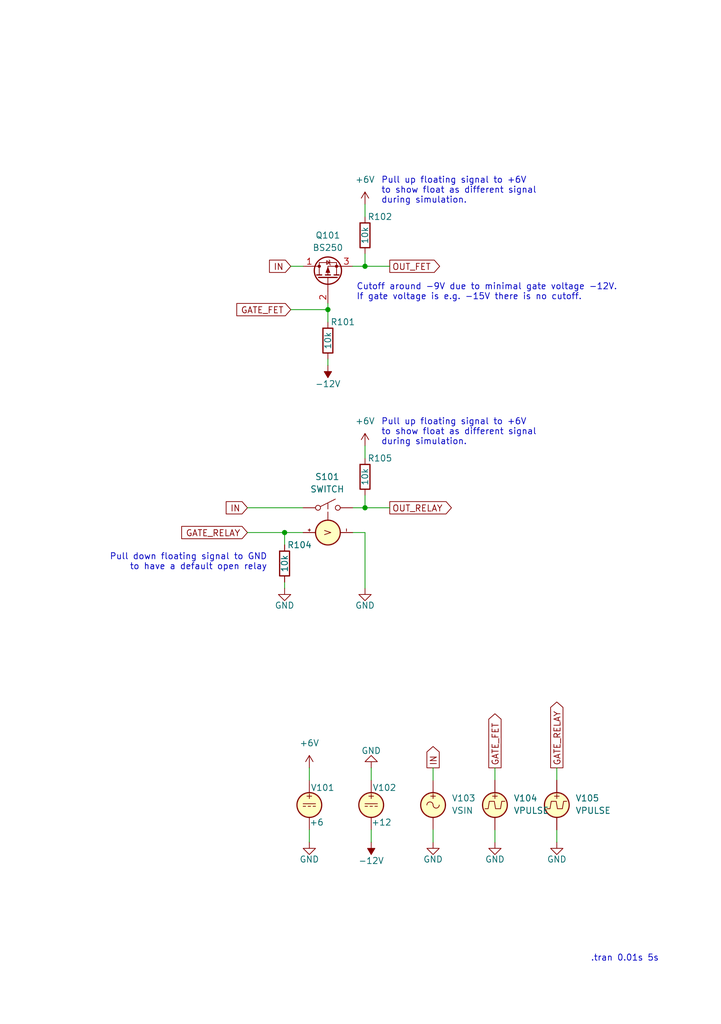
<source format=kicad_sch>
(kicad_sch (version 20250114) (generator "eeschema") (generator_version "9.0")
  (paper "A5" portrait)
  (title_block (title "Back-to-back N-FET - Simulation") (date "2025-08-13") (rev "1.0.alpha") (comment 1 "Copyright (c) 2025 by Filip Pynckels & Robin Pynckels"))
  (lib_symbols
    (symbol "Device:R" (pin_numbers (hide yes)) (pin_names (offset 0))
      (property "Reference" "R" (at 2.032 0 90))
      (property "Value" "R" (at 0 0 90))
      (symbol "R_0_1"
        (rectangle (start -1.016 -2.54) (end 1.016 2.54) (stroke (width 0.254)))
      )
      (symbol "R_1_1"
        (pin passive line (at 0 3.81 270) (length 1.27) (name "~") (number "1"))
        (pin passive line (at 0 -3.81 90) (length 1.27) (name "~") (number "2"))
      )
    )
    (symbol "Simulation_SPICE:SWITCH" (pin_numbers (hide yes)) (pin_names (offset 1.016) (hide yes))
      (property "Reference" "S" (at 2.54 2.54 0))
      (property "Value" "SWITCH" (at 2.54 0 0))
      (property "Sim.Params" "thr=0 ron=1" (at 2.54 -2.54 0))
      (symbol "SWITCH_0_1"
        (circle (center 0 2.032) (radius 0.508))
        (circle (center 0 -2.032) (radius 0.508))
        (polyline (pts (xy 0.254 1.524) (xy 1.778 -1.524)))
      )
      (symbol "SWITCH_1_1"
        (circle (center -5.08 0) (radius 2.54) (stroke (width 0.254)) (fill (type background)))
        (polyline (pts (xy -4.826 3.81) (xy -4.318 3.81)))
        (polyline (pts (xy -4.826 -3.81) (xy -4.318 -3.81)))
        (polyline (pts (xy -4.572 4.064) (xy -4.572 3.556)))
        (polyline (pts (xy -2.54 0) (xy 0.889 0)) (stroke (width 0) (type dash)))
        (text "V" (at -5.08 0 0) (effects (font (size 1.27 1.27))))
        (pin input line (at -5.08 5.08 270) (length 2.54) (name "C+") (number "3"))
        (pin input line (at -5.08 -5.08 90) (length 2.54) (name "C-") (number "4"))
        (pin passive line (at 0 5.08 270) (length 2.54) (name "N+") (number "1"))
        (pin passive line (at 0 -5.08 90) (length 2.54) (name "N-") (number "2"))
      )
    )
    (symbol "Simulation_SPICE:VDC" (pin_numbers (hide yes)) (pin_names (offset 0.0254))
      (property "Reference" "V" (at 2.54 2.54 0))
      (property "Value" "1" (at 2.54 0 0))
      (symbol "VDC_0_0"
        (polyline (pts (xy -1.27 0.254) (xy 1.27 0.254)))
        (polyline (pts (xy -0.762 -0.254) (xy -1.27 -0.254)))
        (polyline (pts (xy 0.254 -0.254) (xy -0.254 -0.254)))
        (polyline (pts (xy 1.27 -0.254) (xy 0.762 -0.254)))
        (text "+" (at 0 1.905 0) (effects (font (size 1.27 1.27))))
      )
      (symbol "VDC_0_1"
        (circle (center 0 0) (radius 2.54) (stroke (width 0.254)) (fill (type background)))
      )
      (symbol "VDC_1_1"
        (pin passive line (at 0 5.08 270) (length 2.54) (name "~") (number "1"))
        (pin passive line (at 0 -5.08 90) (length 2.54) (name "~") (number "2"))
      )
    )
    (symbol "Simulation_SPICE:VPULSE" (pin_numbers (hide yes)) (pin_names (offset 0.0254))
      (property "Reference" "V" (at 2.54 2.54 0))
      (property "Value" "VPULSE" (at 2.54 0 0))
      (property "Sim.Params" "y1=0 y2=1 td=2n tr=2n tf=2n tw=50n per=100n" (at 2.54 -2.54 0))
      (symbol "VPULSE_0_0"
        (polyline (pts (xy -2.032 -0.762) (xy -1.397 -0.762) (xy -1.143 0.762) (xy -0.127 0.762) (xy 0.127 -0.762) (xy 1.143 -0.762) (xy 1.397 0.762) (xy 2.032 0.762)))
        (text "+" (at 0 1.905 0) (effects (font (size 1.27 1.27))))
      )
      (symbol "VPULSE_0_1"
        (circle (center 0 0) (radius 2.54) (stroke (width 0.254)) (fill (type background)))
      )
      (symbol "VPULSE_1_1"
        (pin passive line (at 0 5.08 270) (length 2.54) (name "~") (number "1"))
        (pin passive line (at 0 -5.08 90) (length 2.54) (name "~") (number "2"))
      )
    )
    (symbol "Simulation_SPICE:VSIN" (pin_numbers (hide yes)) (pin_names (offset 0.0254))
      (property "Reference" "V" (at 2.54 2.54 0))
      (property "Value" "VSIN" (at 2.54 0 0))
      (property "Sim.Params" "dc=0 ampl=1 f=1k ac=1" (at 2.54 -2.54 0))
      (symbol "VSIN_0_0"
        (arc (start -1.27 0) (mid -0.635 0.6323) (end 0 0))
        (arc (start 1.27 0) (mid 0.635 -0.6323) (end 0 0))
        (text "+" (at 0 1.905 0) (effects (font (size 1.27 1.27))))
      )
      (symbol "VSIN_0_1"
        (circle (center 0 0) (radius 2.54) (stroke (width 0.254)) (fill (type background)))
      )
      (symbol "VSIN_1_1"
        (pin passive line (at 0 5.08 270) (length 2.54) (name "~") (number "1"))
        (pin passive line (at 0 -5.08 90) (length 2.54) (name "~") (number "2"))
      )
    )
    (symbol "Transistor_FET:BS250" (pin_names (hide yes))
      (property "Reference" "Q" (at 5.08 1.905 0))
      (property "Value" "BS250" (at 5.08 0 0))
      (symbol "BS250_0_1"
        (polyline (pts (xy 0.254 1.905) (xy 0.254 -1.905)) (stroke (width 0.254)))
        (polyline (pts (xy 0.254 0) (xy -2.54 0)))
        (polyline (pts (xy 0.762 2.286) (xy 0.762 1.27)) (stroke (width 0.254)))
        (polyline (pts (xy 0.762 1.778) (xy 3.302 1.778) (xy 3.302 -1.778) (xy 0.762 -1.778)))
        (polyline (pts (xy 0.762 0.508) (xy 0.762 -0.508)) (stroke (width 0.254)))
        (polyline (pts (xy 0.762 -1.27) (xy 0.762 -2.286)) (stroke (width 0.254)))
        (circle (center 1.651 0) (radius 2.794) (stroke (width 0.254)))
        (polyline (pts (xy 2.286 0) (xy 1.27 0.381) (xy 1.27 -0.381) (xy 2.286 0)) (fill (type outline)))
        (polyline (pts (xy 2.54 2.54) (xy 2.54 1.778)))
        (circle (center 2.54 1.778) (radius 0.254) (fill (type outline)))
        (circle (center 2.54 -1.778) (radius 0.254) (fill (type outline)))
        (polyline (pts (xy 2.54 -2.54) (xy 2.54 0) (xy 0.762 0)))
        (polyline (pts (xy 2.794 -0.508) (xy 2.921 -0.381) (xy 3.683 -0.381) (xy 3.81 -0.254)))
        (polyline (pts (xy 3.302 -0.381) (xy 2.921 0.254) (xy 3.683 0.254) (xy 3.302 -0.381)))
      )
      (symbol "BS250_1_1"
        (pin input line (at -5.08 0 0) (length 2.54) (name "G") (number "2"))
        (pin passive line (at 2.54 5.08 270) (length 2.54) (name "D") (number "1"))
        (pin passive line (at 2.54 -5.08 90) (length 2.54) (name "S") (number "3"))
      )
    )
    (symbol "power:+6V" (power) (pin_numbers (hide yes)) (pin_names (offset 0) (hide yes))
      (property "Value" "+6V" (at 0 3.556 0))
      (symbol "+6V_0_1"
        (polyline (pts (xy -0.762 1.27) (xy 0 2.54)))
        (polyline (pts (xy 0 2.54) (xy 0.762 1.27)))
        (polyline (pts (xy 0 0) (xy 0 2.54)))
      )
      (symbol "+6V_1_1"
        (pin power_in line (at 0 0 90) (length 0) (name "~") (number "1"))
      )
    )
    (symbol "power:-12V" (power) (pin_numbers (hide yes)) (pin_names (offset 0) (hide yes))
      (property "Value" "-12V" (at 0 3.556 0))
      (symbol "-12V_0_0"
        (pin power_in line (at 0 0 90) (length 0) (name "~") (number "1"))
      )
      (symbol "-12V_0_1"
        (polyline (pts (xy 0 0) (xy 0 1.27) (xy 0.762 1.27) (xy 0 2.54) (xy -0.762 1.27) (xy 0 1.27)) (fill (type outline)))
      )
    )
    (symbol "power:GND" (power) (pin_numbers (hide yes)) (pin_names (offset 0) (hide yes))
      (property "Value" "GND" (at 0 -3.81 0))
      (symbol "GND_0_1"
        (polyline (pts (xy 0 0) (xy 0 -1.27) (xy 1.27 -1.27) (xy 0 -2.54) (xy -1.27 -1.27) (xy 0 -1.27)))
      )
      (symbol "GND_1_1"
        (pin power_in line (at 0 0 270) (length 0) (name "~") (number "1"))
      )
    )
  )
  (text "Cutoff around -9V due to minimal gate voltage -12V.\nIf gate voltage is e.g. -15V there is no cutoff." (at 73.152 58.166 0) (effects (font (size 1.27 1.27)) (justify left top)))
  (text "Pull up floating signal to +6V\nto show float as different signal\nduring simulation." (at 78.232 36.322 0) (effects (font (size 1.27 1.27)) (justify left top)))
  (text ".tran 0.01s 5s" (at 128.27 196.596 0) (effects (font (size 1.27 1.27))))
  (text "Pull up floating signal to +6V\nto show float as different signal\nduring simulation." (at 78.232 85.852 0) (effects (font (size 1.27 1.27)) (justify left top)))
  (text "Pull down floating signal to GND\nto have a default open relay" (at 54.864 113.538 0) (effects (font (size 1.27 1.27)) (justify right top)))
  (junction (at 74.93 54.61))
  (junction (at 74.93 104.14))
  (junction (at 58.42 109.22))
  (junction (at 67.31 63.5))
  (wire (pts (xy 67.31 74.93) (xy 67.31 73.66)))
  (wire (pts (xy 101.6 170.18) (xy 101.6 172.72)))
  (wire (pts (xy 101.6 157.48) (xy 101.6 160.02)))
  (wire (pts (xy 50.8 109.22) (xy 58.42 109.22)))
  (wire (pts (xy 114.3 170.18) (xy 114.3 172.72)))
  (wire (pts (xy 76.2 157.48) (xy 76.2 160.02)))
  (wire (pts (xy 58.42 109.22) (xy 62.23 109.22)))
  (wire (pts (xy 74.93 54.61) (xy 80.01 54.61)))
  (wire (pts (xy 76.2 170.18) (xy 76.2 172.72)))
  (wire (pts (xy 72.39 104.14) (xy 74.93 104.14)))
  (wire (pts (xy 63.5 170.18) (xy 63.5 172.72)))
  (wire (pts (xy 114.3 157.48) (xy 114.3 160.02)))
  (wire (pts (xy 58.42 111.76) (xy 58.42 109.22)))
  (wire (pts (xy 50.8 104.14) (xy 62.23 104.14)))
  (wire (pts (xy 74.93 52.07) (xy 74.93 54.61)))
  (wire (pts (xy 58.42 120.65) (xy 58.42 119.38)))
  (wire (pts (xy 67.31 66.04) (xy 67.31 63.5)))
  (wire (pts (xy 74.93 101.6) (xy 74.93 104.14)))
  (wire (pts (xy 72.39 109.22) (xy 74.93 109.22)))
  (wire (pts (xy 59.69 63.5) (xy 67.31 63.5)))
  (wire (pts (xy 59.69 54.61) (xy 62.23 54.61)))
  (wire (pts (xy 74.93 104.14) (xy 80.01 104.14)))
  (wire (pts (xy 74.93 41.91) (xy 74.93 44.45)))
  (wire (pts (xy 88.9 157.48) (xy 88.9 160.02)))
  (wire (pts (xy 72.39 54.61) (xy 74.93 54.61)))
  (wire (pts (xy 63.5 157.48) (xy 63.5 160.02)))
  (wire (pts (xy 74.93 91.44) (xy 74.93 93.98)))
  (wire (pts (xy 74.93 109.22) (xy 74.93 120.65)))
  (wire (pts (xy 88.9 170.18) (xy 88.9 172.72)))
  (wire (pts (xy 67.31 62.23) (xy 67.31 63.5)))
  (global_label "GATE_RELAY" (shape input) (at 50.8 109.22 180) (property "Intersheetrefs" "${INTERSHEET_REFS}" (effects (hide yes))))
  (global_label "IN" (shape input) (at 59.69 54.61 180) (property "Intersheetrefs" "${INTERSHEET_REFS}" (effects (hide yes))))
  (global_label "IN" (shape input) (at 50.8 104.14 180) (property "Intersheetrefs" "${INTERSHEET_REFS}" (effects (hide yes))))
  (global_label "GATE_RELAY" (shape output) (at 114.3 157.48 90) (property "Intersheetrefs" "${INTERSHEET_REFS}" (effects (hide yes))))
  (global_label "GATE_FET" (shape output) (at 101.6 157.48 90) (property "Intersheetrefs" "${INTERSHEET_REFS}" (effects (hide yes))))
  (global_label "GATE_FET" (shape input) (at 59.69 63.5 180) (property "Intersheetrefs" "${INTERSHEET_REFS}" (effects (hide yes))))
  (global_label "IN" (shape output) (at 88.9 157.48 90) (property "Intersheetrefs" "${INTERSHEET_REFS}" (effects (hide yes))))
  (global_label "OUT_FET" (shape output) (at 80.01 54.61 0) (property "Intersheetrefs" "${INTERSHEET_REFS}" (effects (hide yes))))
  (global_label "OUT_RELAY" (shape output) (at 80.01 104.14 0) (property "Intersheetrefs" "${INTERSHEET_REFS}" (effects (hide yes))))
  (symbol (lib_id "Simulation_SPICE:VDC") (at 63.5 165.1 0) (unit 1)
    (property "Reference" "V101" (at 63.754 161.544 0) (effects (justify left)))
    (property "Value" "+6" (at 63.5 168.656 0) (effects (justify left)))
    (property "Datasheet" "https://ngspice.sourceforge.io/docs/ngspice-html-manual/manual.xhtml#sec_Independent_Sources_for" (effects (hide yes)))
    (property "Description" "Voltage source, DC" (effects (hide yes)))
    (property "Sim.Pins" "1=+ 2=-" (effects (hide yes)))
    (property "Sim.Type" "DC" (effects (hide yes)))
    (property "Sim.Device" "V" (effects (hide yes)))
  )
  (symbol (lib_id "power:GND") (at 88.9 172.72 0) (mirror y) (unit 1)
    (property "Reference" "#PWR0107" (effects (hide yes)))
    (property "Value" "GND" (at 88.9 175.514 0) (effects (justify top)))
    (property "Description" "Power symbol creates a global label with name \"GND\" , ground" (effects (hide yes)))
  )
  (symbol (lib_id "power:GND") (at 114.3 172.72 0) (mirror y) (unit 1)
    (property "Reference" "#PWR0111" (effects (hide yes)))
    (property "Value" "GND" (at 114.3 175.514 0) (effects (justify top)))
    (property "Description" "Power symbol creates a global label with name \"GND\" , ground" (effects (hide yes)))
  )
  (symbol (lib_id "power:GND") (at 101.6 172.72 0) (mirror y) (unit 1)
    (property "Reference" "#PWR0108" (effects (hide yes)))
    (property "Value" "GND" (at 101.6 175.514 0) (effects (justify top)))
    (property "Description" "Power symbol creates a global label with name \"GND\" , ground" (effects (hide yes)))
  )
  (symbol (lib_id "power:GND") (at 63.5 172.72 0) (mirror y) (unit 1)
    (property "Reference" "#PWR0102" (effects (hide yes)))
    (property "Value" "GND" (at 63.5 175.514 0) (effects (justify top)))
    (property "Description" "Power symbol creates a global label with name \"GND\" , ground" (effects (hide yes)))
  )
  (symbol (lib_id "Transistor_FET:BS250") (at 67.31 57.15 90) (unit 1)
    (property "Reference" "Q101" (at 67.31 48.26 90))
    (property "Value" "BS250" (at 67.31 50.8 90))
    (property "Footprint" "Package_TO_SOT_THT:TO-92_Inline" (effects (hide yes)))
    (property "Datasheet" "http://www.vishay.com/docs/70209/70209.pdf" (effects (hide yes)))
    (property "Description" "-0.18A Id, -45V Vds, P-Channel MOSFET, TO-92" (effects (hide yes)))
    (property "Sim.Library" "${KIPRJMOD}/libraries/BS250P.spice" (effects (hide yes)))
    (property "Sim.Name" "BS250P" (effects (hide yes)))
    (property "Sim.Device" "SUBCKT" (effects (hide yes)))
    (property "Sim.Pins" "1=D 2=G 3=S" (effects (hide yes)))
  )
  (symbol (lib_id "Simulation_SPICE:VPULSE") (at 114.3 165.1 0) (unit 1)
    (property "Reference" "V105" (at 118.11 163.7001 0) (effects (justify left)))
    (property "Value" "VPULSE" (at 118.11 166.2401 0) (effects (justify left)))
    (property "Datasheet" "https://ngspice.sourceforge.io/docs/ngspice-html-manual/manual.xhtml#sec_Independent_Sources_for" (effects (hide yes)))
    (property "Description" "Voltage source, pulse" (effects (hide yes)))
    (property "Sim.Pins" "1=+ 2=-" (effects (hide yes)))
    (property "Sim.Type" "PULSE" (effects (hide yes)))
    (property "Sim.Device" "V" (effects (hide yes)))
    (property "Sim.Params" "y1=0 y2=5 td=2n tr=2n tf=2n tw=500ms per=1S" (effects (hide yes)))
  )
  (symbol (lib_id "Simulation_SPICE:VDC") (at 76.2 165.1 0) (unit 1)
    (property "Reference" "V102" (at 76.454 161.544 0) (effects (justify left)))
    (property "Value" "+12" (at 76.2 168.656 0) (effects (justify left)))
    (property "Datasheet" "https://ngspice.sourceforge.io/docs/ngspice-html-manual/manual.xhtml#sec_Independent_Sources_for" (effects (hide yes)))
    (property "Description" "Voltage source, DC" (effects (hide yes)))
    (property "Sim.Pins" "1=+ 2=-" (effects (hide yes)))
    (property "Sim.Type" "DC" (effects (hide yes)))
    (property "Sim.Device" "V" (effects (hide yes)))
  )
  (symbol (lib_id "power:-12V") (at 76.2 172.72 180) (unit 1)
    (property "Reference" "#PWR0106" (effects (hide yes)))
    (property "Value" "-12V" (at 76.2 176.53 0))
    (property "Description" "Power symbol creates a global label with name \"-12V\"" (effects (hide yes)))
  )
  (symbol (lib_id "Device:R") (at 67.31 69.85 0) (unit 1)
    (property "Reference" "R101" (at 67.818 66.04 0) (effects (justify left)))
    (property "Value" "10k" (at 67.31 69.85 90))
    (property "Description" "Resistor" (effects (hide yes)))
  )
  (symbol (lib_id "power:+6V") (at 63.5 157.48 0) (unit 1)
    (property "Reference" "#PWR0101" (effects (hide yes)))
    (property "Value" "+6V" (at 63.5 152.4 0))
    (property "Description" "Power symbol creates a global label with name \"+6V\"" (effects (hide yes)))
  )
  (symbol (lib_id "power:GND") (at 74.93 120.65 0) (mirror y) (unit 1)
    (property "Reference" "#PWR0112" (effects (hide yes)))
    (property "Value" "GND" (at 74.93 123.444 0) (effects (justify top)))
    (property "Description" "Power symbol creates a global label with name \"GND\" , ground" (effects (hide yes)))
  )
  (symbol (lib_id "power:-12V") (at 67.31 74.93 180) (unit 1)
    (property "Reference" "#PWR0103" (effects (hide yes)))
    (property "Value" "-12V" (at 67.31 78.74 0))
    (property "Description" "Power symbol creates a global label with name \"-12V\"" (effects (hide yes)))
  )
  (symbol (lib_id "Simulation_SPICE:SWITCH") (at 67.31 104.14 90) (unit 1)
    (property "Reference" "S101" (at 67.183 97.79 90))
    (property "Value" "SWITCH" (at 67.183 100.33 90))
    (property "Datasheet" "https://ngspice.sourceforge.io/docs/ngspice-html-manual/manual.xhtml#subsec_Switches" (effects (hide yes)))
    (property "Description" "Voltage controlled switch symbol for simulation only" (effects (hide yes)))
    (property "Sim.Device" "SW" (effects (hide yes)))
    (property "Sim.Type" "V" (effects (hide yes)))
    (property "Sim.Params" "thr=0 ron=1" (effects (hide yes)))
    (property "Sim.Pins" "1=no+ 2=no- 3=ctrl+ 4=ctrl-" (effects (hide yes)))
  )
  (symbol (lib_id "Simulation_SPICE:VPULSE") (at 101.6 165.1 0) (unit 1)
    (property "Reference" "V104" (at 105.41 163.7001 0) (effects (justify left)))
    (property "Value" "VPULSE" (at 105.41 166.2401 0) (effects (justify left)))
    (property "Datasheet" "https://ngspice.sourceforge.io/docs/ngspice-html-manual/manual.xhtml#sec_Independent_Sources_for" (effects (hide yes)))
    (property "Description" "Voltage source, pulse" (effects (hide yes)))
    (property "Sim.Pins" "1=+ 2=-" (effects (hide yes)))
    (property "Sim.Type" "PULSE" (effects (hide yes)))
    (property "Sim.Device" "V" (effects (hide yes)))
    (property "Sim.Params" "y1=0 y2=-12 td=2n tr=2n tf=2n tw=500ms per=1S" (effects (hide yes)))
  )
  (symbol (lib_id "power:GND") (at 76.2 157.48 0) (mirror x) (unit 1)
    (property "Reference" "#PWR0105" (effects (hide yes)))
    (property "Value" "GND" (at 76.2 154.686 0) (effects (justify top)))
    (property "Description" "Power symbol creates a global label with name \"GND\" , ground" (effects (hide yes)))
  )
  (symbol (lib_id "power:+6V") (at 74.93 41.91 0) (unit 1)
    (property "Reference" "#PWR0104" (effects (hide yes)))
    (property "Value" "+6V" (at 74.93 36.83 0))
    (property "Description" "Power symbol creates a global label with name \"+6V\"" (effects (hide yes)))
  )
  (symbol (lib_id "power:GND") (at 58.42 120.65 0) (mirror y) (unit 1)
    (property "Reference" "#PWR0109" (effects (hide yes)))
    (property "Value" "GND" (at 58.42 123.444 0) (effects (justify top)))
    (property "Description" "Power symbol creates a global label with name \"GND\" , ground" (effects (hide yes)))
  )
  (symbol (lib_id "Device:R") (at 74.93 48.26 0) (unit 1)
    (property "Reference" "R102" (at 75.438 44.45 0) (effects (justify left)))
    (property "Value" "10k" (at 74.93 48.26 90))
    (property "Description" "Resistor" (effects (hide yes)))
  )
  (symbol (lib_id "Device:R") (at 58.42 115.57 0) (unit 1)
    (property "Reference" "R104" (at 58.928 111.76 0) (effects (justify left)))
    (property "Value" "10k" (at 58.42 115.57 90))
    (property "Description" "Resistor" (effects (hide yes)))
  )
  (symbol (lib_id "Device:R") (at 74.93 97.79 0) (unit 1)
    (property "Reference" "R105" (at 75.438 93.98 0) (effects (justify left)))
    (property "Value" "10k" (at 74.93 97.79 90))
    (property "Description" "Resistor" (effects (hide yes)))
  )
  (symbol (lib_id "power:+6V") (at 74.93 91.44 0) (unit 1)
    (property "Reference" "#PWR0110" (effects (hide yes)))
    (property "Value" "+6V" (at 74.93 86.36 0))
    (property "Description" "Power symbol creates a global label with name \"+6V\"" (effects (hide yes)))
  )
  (symbol (lib_id "Simulation_SPICE:VSIN") (at 88.9 165.1 0) (unit 1)
    (property "Reference" "V103" (at 92.71 163.7001 0) (effects (justify left)))
    (property "Value" "VSIN" (at 92.71 166.2401 0) (effects (justify left)))
    (property "Datasheet" "https://ngspice.sourceforge.io/docs/ngspice-html-manual/manual.xhtml#sec_Independent_Sources_for" (effects (hide yes)))
    (property "Description" "Voltage source, sinusoidal" (effects (hide yes)))
    (property "Sim.Pins" "1=+ 2=-" (effects (hide yes)))
    (property "Sim.Params" "dc=-6 ampl=6 f=3 td=0 theta=0 phase=0 ac=1" (effects (hide yes)))
    (property "Sim.Type" "SIN" (effects (hide yes)))
    (property "Sim.Device" "V" (effects (hide yes)))
  )
)
</source>
